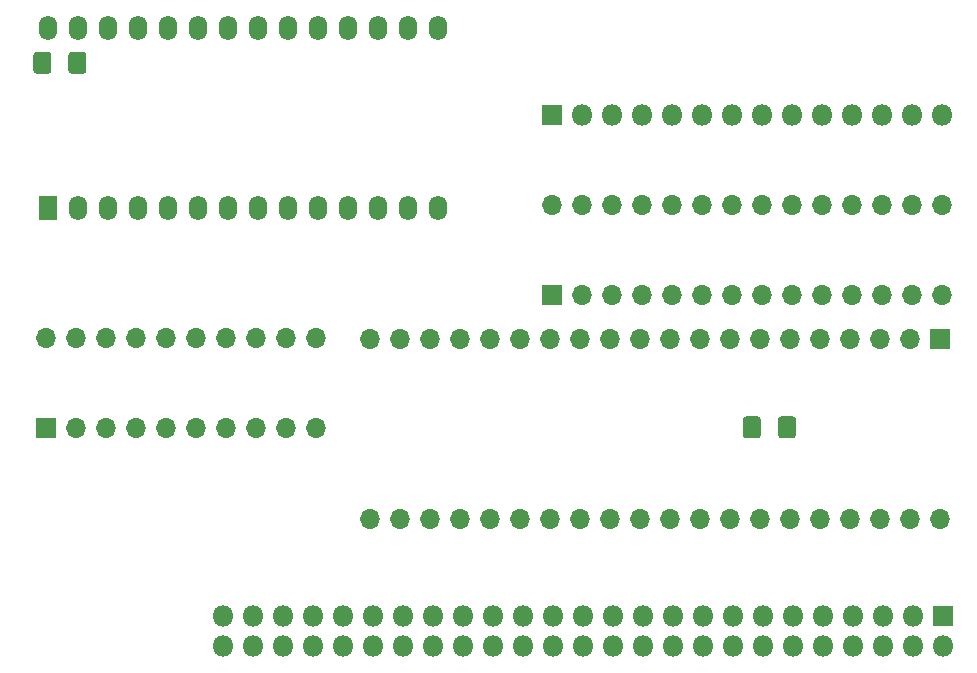
<source format=gbr>
G04 #@! TF.GenerationSoftware,KiCad,Pcbnew,(5.1.6-0-10_14)*
G04 #@! TF.CreationDate,2021-01-14T01:17:20+01:00*
G04 #@! TF.ProjectId,proc_board,70726f63-5f62-46f6-9172-642e6b696361,rev?*
G04 #@! TF.SameCoordinates,Original*
G04 #@! TF.FileFunction,Soldermask,Bot*
G04 #@! TF.FilePolarity,Negative*
%FSLAX46Y46*%
G04 Gerber Fmt 4.6, Leading zero omitted, Abs format (unit mm)*
G04 Created by KiCad (PCBNEW (5.1.6-0-10_14)) date 2021-01-14 01:17:20*
%MOMM*%
%LPD*%
G01*
G04 APERTURE LIST*
%ADD10O,1.800000X1.800000*%
%ADD11R,1.800000X1.800000*%
%ADD12O,1.700000X1.700000*%
%ADD13R,1.700000X1.700000*%
%ADD14O,1.540000X2.100000*%
%ADD15R,1.540000X2.100000*%
G04 APERTURE END LIST*
D10*
G04 #@! TO.C,REF\u002A\u002A*
X78105000Y49085500D03*
X75565000Y49085500D03*
X73025000Y49085500D03*
X70485000Y49085500D03*
X67945000Y49085500D03*
X65405000Y49085500D03*
X62865000Y49085500D03*
X60325000Y49085500D03*
X57785000Y49085500D03*
X55245000Y49085500D03*
X52705000Y49085500D03*
X50165000Y49085500D03*
X47625000Y49085500D03*
D11*
X45085000Y49085500D03*
G04 #@! TD*
D12*
G04 #@! TO.C,U1*
X2286000Y30162500D03*
X25146000Y22542500D03*
X4826000Y30162500D03*
X22606000Y22542500D03*
X7366000Y30162500D03*
X20066000Y22542500D03*
X9906000Y30162500D03*
X17526000Y22542500D03*
X12446000Y30162500D03*
X14986000Y22542500D03*
X14986000Y30162500D03*
X12446000Y22542500D03*
X17526000Y30162500D03*
X9906000Y22542500D03*
X20066000Y30162500D03*
X7366000Y22542500D03*
X22606000Y30162500D03*
X4826000Y22542500D03*
X25146000Y30162500D03*
D13*
X2286000Y22542500D03*
G04 #@! TD*
D14*
G04 #@! TO.C,U4*
X35433000Y56388000D03*
X35433000Y41148000D03*
X32893000Y56388000D03*
X32893000Y41148000D03*
X30353000Y56388000D03*
X30353000Y41148000D03*
X27813000Y56388000D03*
X27813000Y41148000D03*
X25273000Y56388000D03*
X25273000Y41148000D03*
X22733000Y56388000D03*
X22733000Y41148000D03*
X20193000Y56388000D03*
X20193000Y41148000D03*
X17653000Y56388000D03*
X17653000Y41148000D03*
X15113000Y56388000D03*
X15113000Y41148000D03*
X12573000Y56388000D03*
X12573000Y41148000D03*
X10033000Y56388000D03*
X10033000Y41148000D03*
X7493000Y56388000D03*
X7493000Y41148000D03*
X4953000Y56388000D03*
X4953000Y41148000D03*
X2413000Y56388000D03*
D15*
X2413000Y41148000D03*
G04 #@! TD*
D12*
G04 #@! TO.C,U3*
X45059001Y41453001D03*
X78079001Y33833001D03*
X47599001Y41453001D03*
X75539001Y33833001D03*
X50139001Y41453001D03*
X72999001Y33833001D03*
X52679001Y41453001D03*
X70459001Y33833001D03*
X55219001Y41453001D03*
X67919001Y33833001D03*
X57759001Y41453001D03*
X65379001Y33833001D03*
X60299001Y41453001D03*
X62839001Y33833001D03*
X62839001Y41453001D03*
X60299001Y33833001D03*
X65379001Y41453001D03*
X57759001Y33833001D03*
X67919001Y41453001D03*
X55219001Y33833001D03*
X70459001Y41453001D03*
X52679001Y33833001D03*
X72999001Y41453001D03*
X50139001Y33833001D03*
X75539001Y41453001D03*
X47599001Y33833001D03*
X78079001Y41453001D03*
D13*
X45059001Y33833001D03*
G04 #@! TD*
G04 #@! TO.C,C5*
G36*
G01*
X4154000Y52809544D02*
X4154000Y54124456D01*
G75*
G02*
X4421544Y54392000I267544J0D01*
G01*
X5411456Y54392000D01*
G75*
G02*
X5679000Y54124456I0J-267544D01*
G01*
X5679000Y52809544D01*
G75*
G02*
X5411456Y52542000I-267544J0D01*
G01*
X4421544Y52542000D01*
G75*
G02*
X4154000Y52809544I0J267544D01*
G01*
G37*
G36*
G01*
X1179000Y52809544D02*
X1179000Y54124456D01*
G75*
G02*
X1446544Y54392000I267544J0D01*
G01*
X2436456Y54392000D01*
G75*
G02*
X2704000Y54124456I0J-267544D01*
G01*
X2704000Y52809544D01*
G75*
G02*
X2436456Y52542000I-267544J0D01*
G01*
X1446544Y52542000D01*
G75*
G02*
X1179000Y52809544I0J267544D01*
G01*
G37*
G04 #@! TD*
D12*
G04 #@! TO.C,U2*
X77978000Y14859000D03*
X29718000Y30099000D03*
X75438000Y14859000D03*
X32258000Y30099000D03*
X72898000Y14859000D03*
X34798000Y30099000D03*
X70358000Y14859000D03*
X37338000Y30099000D03*
X67818000Y14859000D03*
X39878000Y30099000D03*
X65278000Y14859000D03*
X42418000Y30099000D03*
X62738000Y14859000D03*
X44958000Y30099000D03*
X60198000Y14859000D03*
X47498000Y30099000D03*
X57658000Y14859000D03*
X50038000Y30099000D03*
X55118000Y14859000D03*
X52578000Y30099000D03*
X52578000Y14859000D03*
X55118000Y30099000D03*
X50038000Y14859000D03*
X57658000Y30099000D03*
X47498000Y14859000D03*
X60198000Y30099000D03*
X44958000Y14859000D03*
X62738000Y30099000D03*
X42418000Y14859000D03*
X65278000Y30099000D03*
X39878000Y14859000D03*
X67818000Y30099000D03*
X37338000Y14859000D03*
X70358000Y30099000D03*
X34798000Y14859000D03*
X72898000Y30099000D03*
X32258000Y14859000D03*
X75438000Y30099000D03*
X29718000Y14859000D03*
D13*
X77978000Y30099000D03*
G04 #@! TD*
G04 #@! TO.C,C3*
G36*
G01*
X62775000Y23263456D02*
X62775000Y21948544D01*
G75*
G02*
X62507456Y21681000I-267544J0D01*
G01*
X61517544Y21681000D01*
G75*
G02*
X61250000Y21948544I0J267544D01*
G01*
X61250000Y23263456D01*
G75*
G02*
X61517544Y23531000I267544J0D01*
G01*
X62507456Y23531000D01*
G75*
G02*
X62775000Y23263456I0J-267544D01*
G01*
G37*
G36*
G01*
X65750000Y23263456D02*
X65750000Y21948544D01*
G75*
G02*
X65482456Y21681000I-267544J0D01*
G01*
X64492544Y21681000D01*
G75*
G02*
X64225000Y21948544I0J267544D01*
G01*
X64225000Y23263456D01*
G75*
G02*
X64492544Y23531000I267544J0D01*
G01*
X65482456Y23531000D01*
G75*
G02*
X65750000Y23263456I0J-267544D01*
G01*
G37*
G04 #@! TD*
D10*
G04 #@! TO.C,J1*
X17272000Y4064000D03*
X17272000Y6604000D03*
X19812000Y4064000D03*
X19812000Y6604000D03*
X22352000Y4064000D03*
X22352000Y6604000D03*
X24892000Y4064000D03*
X24892000Y6604000D03*
X27432000Y4064000D03*
X27432000Y6604000D03*
X29972000Y4064000D03*
X29972000Y6604000D03*
X32512000Y4064000D03*
X32512000Y6604000D03*
X35052000Y4064000D03*
X35052000Y6604000D03*
X37592000Y4064000D03*
X37592000Y6604000D03*
X40132000Y4064000D03*
X40132000Y6604000D03*
X42672000Y4064000D03*
X42672000Y6604000D03*
X45212000Y4064000D03*
X45212000Y6604000D03*
X47752000Y4064000D03*
X47752000Y6604000D03*
X50292000Y4064000D03*
X50292000Y6604000D03*
X52832000Y4064000D03*
X52832000Y6604000D03*
X55372000Y4064000D03*
X55372000Y6604000D03*
X57912000Y4064000D03*
X57912000Y6604000D03*
X60452000Y4064000D03*
X60452000Y6604000D03*
X62992000Y4064000D03*
X62992000Y6604000D03*
X65532000Y4064000D03*
X65532000Y6604000D03*
X68072000Y4064000D03*
X68072000Y6604000D03*
X70612000Y4064000D03*
X70612000Y6604000D03*
X73152000Y4064000D03*
X73152000Y6604000D03*
X75692000Y4064000D03*
X75692000Y6604000D03*
X78232000Y4064000D03*
D11*
X78232000Y6604000D03*
G04 #@! TD*
M02*

</source>
